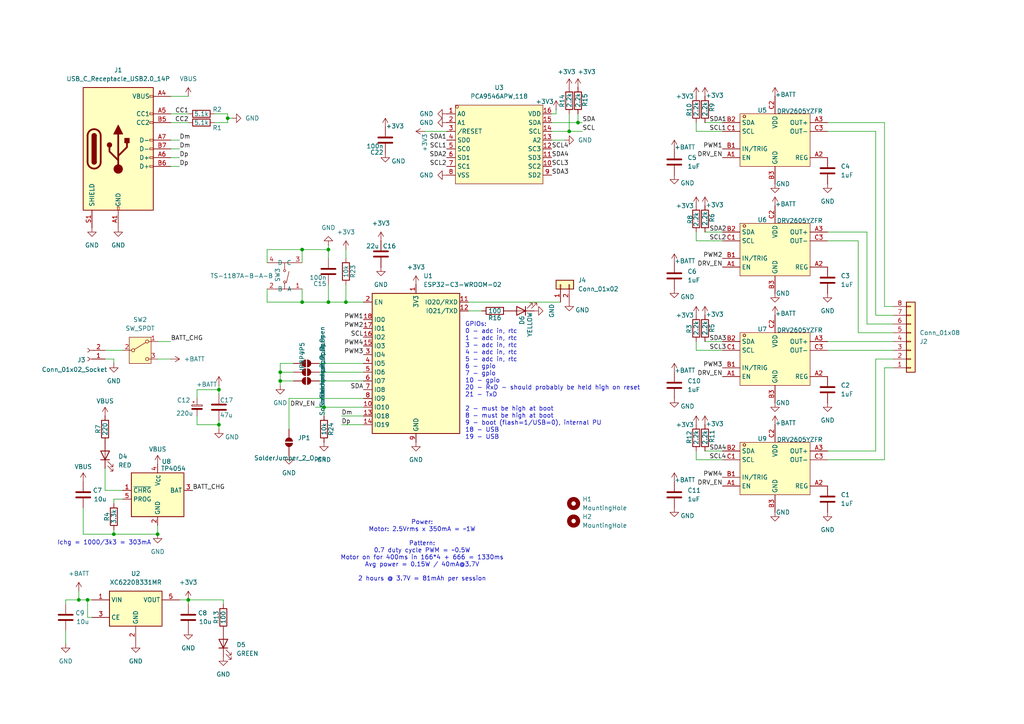
<source format=kicad_sch>
(kicad_sch (version 20250114) (generator "eeschema") (generator_version "9.0")
  (paper "A4")
  (text "GPIOs:\n0 - adc in, rtc\n1 - adc in, rtc\n3 - adc in, rtc\n4 - adc in, rtc\n5 - adc in, rtc\n6 - gpio\n7 - gpio\n10 - gpio\n20 - RxD - should probably be held high on reset\n21 - TxD\n\n2 - must be high at boot\n8 - must be high at boot\n9 - boot (flash=1/USB=0), internal PU\n18 - USB\n19 - USB" (at 134.874 110.49 0) (effects (font (size 1.27 1.27)) (justify left)))
  (text "Power:\nMotor: 2.5Vrms x 350mA = ~1W\n\nPattern:\n0.7 duty cycle PWM = ~0.5W\nMotor on for 400ms in 166*4 + 666 = 1330ms\nAvg power = 0.15W / 40mA@3.7V\n\n2 hours @ 3.7V = 81mAh per session" (at 122.428 159.766 0) (effects (font (size 1.27 1.27))))
  (text "Ichg = 1000/3k3 = 303mA" (at 30.226 157.48 0) (effects (font (size 1.27 1.27))))
  (junction (at 22.86 173.99))
  (junction (at 100.33 87.63))
  (junction (at 81.28 110.49))
  (junction (at 95.25 87.63))
  (junction (at 167.64 35.56))
  (junction (at 87.63 87.63))
  (junction (at 63.5 113.03))
  (junction (at 87.63 72.39))
  (junction (at 63.5 123.19))
  (junction (at 33.02 154.94))
  (junction (at 165.1 38.1))
  (junction (at 66.04 34.29))
  (junction (at 45.72 154.94))
  (junction (at 25.4 173.99))
  (junction (at 95.25 72.39))
  (junction (at 93.98 118.11))
  (junction (at 81.28 107.95))
  (junction (at 54.61 173.99))
  (wire (pts (xy 63.5 111.76) (xy 63.5 113.03)))
  (wire (pts (xy 201.93 99.06) (xy 201.93 101.6)))
  (wire (pts (xy 54.61 175.26) (xy 54.61 173.99)))
  (wire (pts (xy 49.53 27.94) (xy 54.61 27.94)))
  (wire (pts (xy 62.23 33.02) (xy 66.04 33.02)))
  (wire (pts (xy 85.09 105.41) (xy 81.28 105.41)))
  (wire (pts (xy 92.71 105.41) (xy 105.41 105.41)))
  (wire (pts (xy 35.56 142.24) (xy 30.48 142.24)))
  (wire (pts (xy 63.5 113.03) (xy 63.5 114.3)))
  (wire (pts (xy 33.02 154.94) (xy 45.72 154.94)))
  (wire (pts (xy 201.93 69.85) (xy 209.55 69.85)))
  (wire (pts (xy 254 38.1) (xy 254 91.44)))
  (wire (pts (xy 259.08 104.14) (xy 254 104.14)))
  (wire (pts (xy 240.03 133.35) (xy 256.54 133.35)))
  (wire (pts (xy 81.28 111.76) (xy 81.28 110.49)))
  (wire (pts (xy 83.82 115.57) (xy 83.82 124.46)))
  (wire (pts (xy 160.02 35.56) (xy 167.64 35.56)))
  (wire (pts (xy 87.63 72.39) (xy 95.25 72.39)))
  (wire (pts (xy 248.92 96.52) (xy 259.08 96.52)))
  (wire (pts (xy 66.04 33.02) (xy 66.04 34.29)))
  (wire (pts (xy 57.15 113.03) (xy 57.15 115.57)))
  (wire (pts (xy 93.98 118.11) (xy 93.98 120.65)))
  (wire (pts (xy 49.53 43.18) (xy 52.07 43.18)))
  (wire (pts (xy 26.67 179.07) (xy 25.4 179.07)))
  (wire (pts (xy 45.72 104.14) (xy 49.53 104.14)))
  (wire (pts (xy 201.93 35.56) (xy 201.93 38.1)))
  (wire (pts (xy 22.86 173.99) (xy 19.05 173.99)))
  (wire (pts (xy 240.03 35.56) (xy 256.54 35.56)))
  (wire (pts (xy 240.03 38.1) (xy 254 38.1)))
  (wire (pts (xy 66.04 35.56) (xy 62.23 35.56)))
  (wire (pts (xy 19.05 182.88) (xy 19.05 186.69)))
  (wire (pts (xy 25.4 173.99) (xy 26.67 173.99)))
  (wire (pts (xy 256.54 88.9) (xy 259.08 88.9)))
  (wire (pts (xy 95.25 72.39) (xy 95.25 74.93)))
  (wire (pts (xy 240.03 101.6) (xy 259.08 101.6)))
  (wire (pts (xy 251.46 67.31) (xy 251.46 93.98)))
  (wire (pts (xy 201.93 38.1) (xy 209.55 38.1)))
  (wire (pts (xy 63.5 123.19) (xy 57.15 123.19)))
  (wire (pts (xy 248.92 69.85) (xy 248.92 96.52)))
  (wire (pts (xy 240.03 130.81) (xy 254 130.81)))
  (wire (pts (xy 251.46 93.98) (xy 259.08 93.98)))
  (wire (pts (xy 77.47 87.63) (xy 87.63 87.63)))
  (wire (pts (xy 100.33 82.55) (xy 100.33 87.63)))
  (wire (pts (xy 57.15 120.65) (xy 57.15 123.19)))
  (wire (pts (xy 93.98 118.11) (xy 105.41 118.11)))
  (wire (pts (xy 165.1 38.1) (xy 168.91 38.1)))
  (wire (pts (xy 30.48 104.14) (xy 33.02 104.14)))
  (wire (pts (xy 45.72 154.94) (xy 45.72 152.4)))
  (wire (pts (xy 19.05 173.99) (xy 19.05 175.26)))
  (wire (pts (xy 248.92 69.85) (xy 240.03 69.85)))
  (wire (pts (xy 22.86 173.99) (xy 25.4 173.99)))
  (wire (pts (xy 33.02 144.78) (xy 33.02 146.05)))
  (wire (pts (xy 204.47 99.06) (xy 209.55 99.06)))
  (wire (pts (xy 161.29 33.02) (xy 160.02 33.02)))
  (wire (pts (xy 64.77 175.26) (xy 64.77 173.99)))
  (wire (pts (xy 30.48 135.89) (xy 30.48 142.24)))
  (wire (pts (xy 95.25 87.63) (xy 95.25 82.55)))
  (wire (pts (xy 54.61 173.99) (xy 64.77 173.99)))
  (wire (pts (xy 105.41 87.63) (xy 100.33 87.63)))
  (wire (pts (xy 85.09 107.95) (xy 81.28 107.95)))
  (wire (pts (xy 165.1 33.02) (xy 165.1 38.1)))
  (wire (pts (xy 204.47 67.31) (xy 209.55 67.31)))
  (wire (pts (xy 25.4 179.07) (xy 25.4 173.99)))
  (wire (pts (xy 24.13 147.32) (xy 24.13 154.94)))
  (wire (pts (xy 160.02 38.1) (xy 165.1 38.1)))
  (wire (pts (xy 83.82 115.57) (xy 105.41 115.57)))
  (wire (pts (xy 92.71 107.95) (xy 105.41 107.95)))
  (wire (pts (xy 30.48 101.6) (xy 35.56 101.6)))
  (wire (pts (xy 201.93 101.6) (xy 209.55 101.6)))
  (wire (pts (xy 87.63 83.82) (xy 87.63 87.63)))
  (wire (pts (xy 35.56 144.78) (xy 33.02 144.78)))
  (wire (pts (xy 87.63 72.39) (xy 87.63 76.2)))
  (wire (pts (xy 63.5 121.92) (xy 63.5 123.19)))
  (wire (pts (xy 254 104.14) (xy 254 130.81)))
  (wire (pts (xy 95.25 71.12) (xy 95.25 72.39)))
  (wire (pts (xy 201.93 133.35) (xy 209.55 133.35)))
  (wire (pts (xy 100.33 87.63) (xy 95.25 87.63)))
  (wire (pts (xy 66.04 34.29) (xy 67.31 34.29)))
  (wire (pts (xy 22.86 171.45) (xy 22.86 173.99)))
  (wire (pts (xy 77.47 76.2) (xy 77.47 72.39)))
  (wire (pts (xy 33.02 105.41) (xy 33.02 104.14)))
  (wire (pts (xy 49.53 48.26) (xy 52.07 48.26)))
  (wire (pts (xy 167.64 35.56) (xy 168.91 35.56)))
  (wire (pts (xy 54.61 173.99) (xy 52.07 173.99)))
  (wire (pts (xy 24.13 154.94) (xy 33.02 154.94)))
  (wire (pts (xy 99.06 120.65) (xy 105.41 120.65)))
  (wire (pts (xy 256.54 35.56) (xy 256.54 88.9)))
  (wire (pts (xy 77.47 72.39) (xy 87.63 72.39)))
  (wire (pts (xy 63.5 123.19) (xy 63.5 124.46)))
  (wire (pts (xy 49.53 35.56) (xy 54.61 35.56)))
  (wire (pts (xy 77.47 83.82) (xy 77.47 87.63)))
  (wire (pts (xy 160.02 40.64) (xy 163.83 40.64)))
  (wire (pts (xy 66.04 34.29) (xy 66.04 35.56)))
  (wire (pts (xy 204.47 35.56) (xy 209.55 35.56)))
  (wire (pts (xy 256.54 106.68) (xy 256.54 133.35)))
  (wire (pts (xy 135.89 87.63) (xy 162.56 87.63)))
  (wire (pts (xy 167.64 33.02) (xy 167.64 35.56)))
  (wire (pts (xy 240.03 99.06) (xy 259.08 99.06)))
  (wire (pts (xy 49.53 40.64) (xy 52.07 40.64)))
  (wire (pts (xy 201.93 130.81) (xy 201.93 133.35)))
  (wire (pts (xy 123.19 38.1) (xy 129.54 38.1)))
  (wire (pts (xy 161.29 31.75) (xy 161.29 33.02)))
  (wire (pts (xy 254 91.44) (xy 259.08 91.44)))
  (wire (pts (xy 49.53 45.72) (xy 52.07 45.72)))
  (wire (pts (xy 256.54 106.68) (xy 259.08 106.68)))
  (wire (pts (xy 240.03 67.31) (xy 251.46 67.31)))
  (wire (pts (xy 100.33 72.39) (xy 100.33 74.93)))
  (wire (pts (xy 81.28 110.49) (xy 85.09 110.49)))
  (wire (pts (xy 49.53 33.02) (xy 54.61 33.02)))
  (wire (pts (xy 81.28 107.95) (xy 81.28 110.49)))
  (wire (pts (xy 81.28 105.41) (xy 81.28 107.95)))
  (wire (pts (xy 99.06 123.19) (xy 105.41 123.19)))
  (wire (pts (xy 135.89 90.17) (xy 139.7 90.17)))
  (wire (pts (xy 92.71 110.49) (xy 105.41 110.49)))
  (wire (pts (xy 204.47 130.81) (xy 209.55 130.81)))
  (wire (pts (xy 63.5 113.03) (xy 57.15 113.03)))
  (wire (pts (xy 45.72 99.06) (xy 49.53 99.06)))
  (wire (pts (xy 33.02 153.67) (xy 33.02 154.94)))
  (wire (pts (xy 87.63 87.63) (xy 95.25 87.63)))
  (wire (pts (xy 91.44 118.11) (xy 93.98 118.11)))
  (wire (pts (xy 201.93 67.31) (xy 201.93 69.85)))
  (label "PWM3" (at 209.55 106.68 180))
  (label "SDA2" (at 205.74 67.31 0))
  (label "PWM2" (at 209.55 74.93 180))
  (label "SCL1" (at 129.54 43.18 180))
  (label "CC2" (at 50.7523 35.56 0))
  (label "SDA4" (at 205.74 130.81 0))
  (label "Dp" (at 99.06 123.19 0))
  (label "PWM1" (at 209.55 43.18 180))
  (label "SCL" (at 168.91 38.1 0))
  (label "Dp" (at 52.07 48.26 0))
  (label "BATT_CHG" (at 49.53 99.06 0))
  (label "SDA" (at 168.91 35.56 0))
  (label "Dp" (at 52.07 45.72 0))
  (label "PWM1" (at 105.41 92.71 180))
  (label "SCL2" (at 205.74 69.85 0))
  (label "PWM3" (at 105.41 102.87 180))
  (label "SDA2" (at 129.54 45.72 180))
  (label "SCL1" (at 205.74 38.1 0))
  (label "PWM2" (at 105.41 95.25 180))
  (label "SCL4" (at 160.02 43.18 0))
  (label "SDA" (at 105.41 113.03 180))
  (label "SDA1" (at 129.54 40.64 180))
  (label "SCL" (at 105.41 97.79 180))
  (label "DRV_EN" (at 209.55 77.47 180))
  (label "SDA1" (at 205.74 35.56 0))
  (label "DRV_EN" (at 209.55 140.97 180))
  (label "SCL4" (at 205.74 133.35 0))
  (label "DRV_EN" (at 209.55 45.72 180))
  (label "SDA3" (at 205.74 99.06 0))
  (label "PWM4" (at 209.55 138.43 180))
  (label "Dm" (at 52.07 40.64 0))
  (label "Dm" (at 99.06 120.65 0))
  (label "DRV_EN" (at 91.44 118.11 180))
  (label "SCL2" (at 129.54 48.26 180))
  (label "PWM4" (at 105.41 100.33 180))
  (label "Dm" (at 52.07 43.18 0))
  (label "DRV_EN" (at 209.55 109.22 180))
  (label "SDA3" (at 160.02 50.8 0))
  (label "BATT_CHG" (at 55.88 142.24 0))
  (label "SDA4" (at 160.02 45.72 0))
  (label "CC1" (at 50.8 33.02 0))
  (label "SCL3" (at 205.74 101.6 0))
  (label "SCL3" (at 160.02 48.26 0))
  (symbol (lib_id "power:+3V3") (at 204.47 59.69 0) (unit 1)
    (property "Reference" "#PWR048" (effects (hide yes)))
    (property "Value" "+3V3" (at 207.264 59.436 0))
    (property "Description" "Power symbol creates a global label with name \"+3V3\"" (effects (hide yes)))
  )
  (symbol (lib_id "easyeda2kicad:DRV2605YZFR") (at 222.25 77.47 0) (unit 1)
    (property "Reference" "U6" (at 219.71 63.754 0) (effects (justify left)))
    (property "Value" "DRV2605YZFR" (at 225.298 64.008 0) (effects (justify left)))
    (property "Footprint" "easyeda2kicad:DSBGA-9_L1.5-W1.5-R3-C3-P0.50-BL" (effects (hide yes)))
    (property "Datasheet" "https://lcsc.com/product-detail/Driver-ICs_TI_DRV2605YZFR_DRV2605YZFR_C81079.html" (effects (hide yes)))
    (property "LCSC Part" "C81079" (effects (hide yes)))
  )
  (symbol (lib_id "Connector:Conn_01x02_Socket") (at 25.4 104.14 180) (unit 1)
    (property "Reference" "J3" (at 23.622 104.394 0))
    (property "Value" "Conn_01x02_Socket" (at 21.59 107.188 0))
    (property "Footprint" "easyeda2kicad:CONN-SMD_B2B-PH-SM4-TB-LF-SN" (effects (hide yes)))
    (property "Description" "Generic connector, single row, 01x02, script generated" (effects (hide yes)))
    (property "LCSC" "C160352" (effects (hide yes)))
  )
  (symbol (lib_id "power:GND") (at 224.79 116.84 0) (unit 1)
    (property "Reference" "#PWR010" (effects (hide yes)))
    (property "Value" "GND" (at 227.076 116.84 0))
    (property "Description" "Power symbol creates a global label with name \"GND\" , ground" (effects (hide yes)))
  )
  (symbol (lib_id "power:GND") (at 45.72 154.94 0) (unit 1)
    (property "Reference" "#PWR06" (effects (hide yes)))
    (property "Value" "GND" (at 45.72 160.02 0))
    (property "Description" "Power symbol creates a global label with name \"GND\" , ground" (effects (hide yes)))
  )
  (symbol (lib_id "Device:R") (at 201.93 95.25 0) (unit 1)
    (property "Reference" "R3" (at 199.898 96.774 90) (effects (justify left)))
    (property "Value" "2.2k" (at 201.93 97.282 90) (effects (justify left)))
    (property "Footprint" "Resistor_SMD:R_0402_1005Metric" (effects (hide yes)))
    (property "Description" "Resistor" (effects (hide yes)))
    (property "LCSC" "C25879" (effects (hide yes)))
  )
  (symbol (lib_id "easyeda2kicad:DRV2605YZFR") (at 222.25 109.22 0) (unit 1)
    (property "Reference" "U7" (at 219.71 95.504 0) (effects (justify left)))
    (property "Value" "DRV2605YZFR" (at 225.298 95.758 0) (effects (justify left)))
    (property "Footprint" "easyeda2kicad:DSBGA-9_L1.5-W1.5-R3-C3-P0.50-BL" (effects (hide yes)))
    (property "Datasheet" "https://lcsc.com/product-detail/Driver-ICs_TI_DRV2605YZFR_DRV2605YZFR_C81079.html" (effects (hide yes)))
    (property "LCSC Part" "C81079" (effects (hide yes)))
  )
  (symbol (lib_id "Device:R") (at 64.77 179.07 0) (unit 1)
    (property "Reference" "R13" (at 62.738 179.07 90))
    (property "Value" "100" (at 64.77 179.07 90))
    (property "Footprint" "Resistor_SMD:R_0402_1005Metric" (effects (hide yes)))
    (property "Description" "Resistor" (effects (hide yes)))
    (property "LCSC" "C25076" (effects (hide yes)))
  )
  (symbol (lib_id "Device:LED") (at 64.77 186.69 90) (unit 1)
    (property "Reference" "D5" (at 68.58 187.0074 90) (effects (justify right)))
    (property "Value" "GREEN" (at 68.58 189.5474 90) (effects (justify right)))
    (property "Footprint" "LED_SMD:LED_0805_2012Metric" (effects (hide yes)))
    (property "Description" "Light emitting diode" (effects (hide yes)))
    (property "Sim.Pins" "1=K 2=A" (effects (hide yes)))
    (property "LCSC" "C2297" (effects (hide yes)))
  )
  (symbol (lib_id "power:+3V3") (at 167.64 25.4 0) (unit 1)
    (property "Reference" "#PWR070" (effects (hide yes)))
    (property "Value" "+3V3" (at 170.18 20.828 0))
    (property "Description" "Power symbol creates a global label with name \"+3V3\"" (effects (hide yes)))
  )
  (symbol (lib_id "power:GND") (at 224.79 85.09 0) (unit 1)
    (property "Reference" "#PWR09" (effects (hide yes)))
    (property "Value" "GND" (at 227.076 85.09 0))
    (property "Description" "Power symbol creates a global label with name \"GND\" , ground" (effects (hide yes)))
  )
  (symbol (lib_id "Device:LED") (at 30.48 132.08 90) (unit 1)
    (property "Reference" "D4" (at 34.29 132.3974 90) (effects (justify right)))
    (property "Value" "RED" (at 34.29 134.9374 90) (effects (justify right)))
    (property "Footprint" "LED_SMD:LED_0603_1608Metric" (effects (hide yes)))
    (property "Description" "Light emitting diode" (effects (hide yes)))
    (property "Sim.Pins" "1=K 2=A" (effects (hide yes)))
    (property "LCSC" "C2286" (effects (hide yes)))
  )
  (symbol (lib_id "Battery_Management:LTC4054ES5-4.2") (at 45.72 142.24 0) (unit 1)
    (property "Reference" "U8" (at 48.26 133.858 0))
    (property "Value" "TP4054" (at 50.292 135.89 0))
    (property "Footprint" "Package_TO_SOT_SMD:SOT-23-5" (effects (hide yes)))
    (property "Datasheet" "https://www.analog.com/media/en/technical-documentation/data-sheets/405442xf.pdf" (effects (hide yes)))
    (property "Description" "Constant-current/constant-voltage linear charger for single cell lithium-ion batteries with 2.9V Trickle Charge, 4.5V to 6.5V VDD, -40 to +85 degree Celsius, TSOT-23-5" (effects (hide yes)))
    (property "LCSC" "C32574" (effects (hide yes)))
  )
  (symbol (lib_id "Device:C") (at 24.13 143.51 0) (unit 1)
    (property "Reference" "C7" (at 26.924 142.24 0) (effects (justify left)))
    (property "Value" "10u" (at 27.178 144.78 0) (effects (justify left)))
    (property "Footprint" "Capacitor_SMD:C_0603_1608Metric" (effects (hide yes)))
    (property "Description" "Unpolarized capacitor" (effects (hide yes)))
    (property "LCSC" "C19702" (effects (hide yes)))
  )
  (symbol (lib_id "Device:C") (at 195.58 80.01 0) (unit 1)
    (property "Reference" "C6" (at 199.39 78.7399 0) (effects (justify left)))
    (property "Value" "1uF" (at 199.39 81.2799 0) (effects (justify left)))
    (property "Footprint" "Capacitor_SMD:C_0402_1005Metric" (effects (hide yes)))
    (property "Description" "Unpolarized capacitor" (effects (hide yes)))
    (property "LCSC" "C52923" (effects (hide yes)))
  )
  (symbol (lib_id "Device:C_Polarized_Small") (at 57.15 118.11 0) (unit 1)
    (property "Reference" "C12" (at 51.308 116.078 0) (effects (justify left)))
    (property "Value" "220u" (at 51.054 119.888 0) (effects (justify left)))
    (property "Footprint" "Capacitor_SMD:CP_Elec_6.3x7.7" (effects (hide yes)))
    (property "Description" "Polarized capacitor, small symbol" (effects (hide yes)))
    (property "LCSC" "C22395160" (effects (hide yes)))
  )
  (symbol (lib_id "power:GND") (at 224.79 53.34 0) (unit 1)
    (property "Reference" "#PWR08" (effects (hide yes)))
    (property "Value" "GND" (at 227.076 53.34 0))
    (property "Description" "Power symbol creates a global label with name \"GND\" , ground" (effects (hide yes)))
  )
  (symbol (lib_id "power:+3V3") (at 161.29 31.75 0) (unit 1)
    (property "Reference" "#PWR067" (effects (hide yes)))
    (property "Value" "+3V3" (at 157.988 29.464 0))
    (property "Description" "Power symbol creates a global label with name \"+3V3\"" (effects (hide yes)))
  )
  (symbol (lib_id "power:GND") (at 195.58 115.57 0) (unit 1)
    (property "Reference" "#PWR040" (effects (hide yes)))
    (property "Value" "GND" (at 199.39 117.856 0))
    (property "Description" "Power symbol creates a global label with name \"GND\" , ground" (effects (hide yes)))
  )
  (symbol (lib_id "Device:R") (at 201.93 31.75 0) (unit 1)
    (property "Reference" "R10" (at 199.898 33.782 90) (effects (justify left)))
    (property "Value" "2.2k" (at 201.93 33.782 90) (effects (justify left)))
    (property "Footprint" "Resistor_SMD:R_0402_1005Metric" (effects (hide yes)))
    (property "Description" "Resistor" (effects (hide yes)))
    (property "LCSC" "C25879" (effects (hide yes)))
  )
  (symbol (lib_id "power:GND") (at 163.83 40.64 90) (unit 1)
    (property "Reference" "#PWR068" (effects (hide yes)))
    (property "Value" "GND" (at 167.64 40.6399 90) (effects (justify right)))
    (property "Description" "Power symbol creates a global label with name \"GND\" , ground" (effects (hide yes)))
  )
  (symbol (lib_id "easyeda2kicad:DRV2605YZFR") (at 222.25 45.72 0) (unit 1)
    (property "Reference" "U5" (at 219.71 32.004 0) (effects (justify left)))
    (property "Value" "DRV2605YZFR" (at 225.298 32.258 0) (effects (justify left)))
    (property "Footprint" "easyeda2kicad:DSBGA-9_L1.5-W1.5-R3-C3-P0.50-BL" (effects (hide yes)))
    (property "Datasheet" "https://lcsc.com/product-detail/Driver-ICs_TI_DRV2605YZFR_DRV2605YZFR_C81079.html" (effects (hide yes)))
    (property "LCSC Part" "C81079" (effects (hide yes)))
  )
  (symbol (lib_id "power:+BATT") (at 49.53 104.14 270) (unit 1)
    (property "Reference" "#PWR021" (effects (hide yes)))
    (property "Value" "+BATT" (at 53.34 104.1399 90) (effects (justify left)))
    (property "Description" "Power symbol creates a global label with name \"+BATT\"" (effects (hide yes)))
  )
  (symbol (lib_id "power:+BATT") (at 224.79 59.69 0) (unit 1)
    (property "Reference" "#PWR034" (effects (hide yes)))
    (property "Value" "+BATT" (at 227.838 59.182 0))
    (property "Description" "Power symbol creates a global label with name \"+BATT\"" (effects (hide yes)))
  )
  (symbol (lib_id "easyeda2kicad:PCA9546APW,118") (at 144.78 41.91 0) (unit 1)
    (property "Reference" "U3" (at 144.78 25.4 0))
    (property "Value" "PCA9546APW,118" (at 144.78 27.94 0))
    (property "Footprint" "easyeda2kicad:SOP-16_L5.0-W4.4-P0.65-LS6.4-BL" (effects (hide yes)))
    (property "Datasheet" "https://lcsc.com/product-detail/_NXP-Semicon_PCA9546APW-118_NXP-Semicon-PCA9546APW-118_C149507.html" (effects (hide yes)))
    (property "LCSC Part" "C149507" (effects (hide yes)))
  )
  (symbol (lib_id "power:GND") (at 165.1 87.63 0) (unit 1)
    (property "Reference" "#PWR057" (effects (hide yes)))
    (property "Value" "GND" (at 168.91 89.916 0))
    (property "Description" "Power symbol creates a global label with name \"GND\" , ground" (effects (hide yes)))
  )
  (symbol (lib_id "power:+3V3") (at 204.47 27.94 0) (unit 1)
    (property "Reference" "#PWR050" (effects (hide yes)))
    (property "Value" "+3V3" (at 207.264 27.686 0))
    (property "Description" "Power symbol creates a global label with name \"+3V3\"" (effects (hide yes)))
  )
  (symbol (lib_id "Device:R") (at 204.47 63.5 0) (unit 1)
    (property "Reference" "R6" (at 206.502 64.516 90) (effects (justify left)))
    (property "Value" "2.2k" (at 204.47 65.532 90) (effects (justify left)))
    (property "Footprint" "Resistor_SMD:R_0402_1005Metric" (effects (hide yes)))
    (property "Description" "Resistor" (effects (hide yes)))
    (property "LCSC" "C25879" (effects (hide yes)))
  )
  (symbol (lib_id "Device:R") (at 93.98 124.46 180) (unit 1)
    (property "Reference" "R24" (at 96.012 124.46 90))
    (property "Value" "10k" (at 93.98 124.46 90))
    (property "Footprint" "Resistor_SMD:R_0402_1005Metric" (effects (hide yes)))
    (property "Description" "Resistor" (effects (hide yes)))
    (property "LCSC" "C25744" (effects (hide yes)))
  )
  (symbol (lib_id "power:+3V3") (at 54.61 173.99 0) (unit 1)
    (property "Reference" "#PWR031" (effects (hide yes)))
    (property "Value" "+3V3" (at 54.61 168.91 0))
    (property "Description" "Power symbol creates a global label with name \"+3V3\"" (effects (hide yes)))
  )
  (symbol (lib_id "power:+BATT") (at 195.58 76.2 0) (unit 1)
    (property "Reference" "#PWR037" (effects (hide yes)))
    (property "Value" "+BATT" (at 198.628 75.692 0))
    (property "Description" "Power symbol creates a global label with name \"+BATT\"" (effects (hide yes)))
  )
  (symbol (lib_id "power:+3V3") (at 120.65 82.55 0) (unit 1)
    (property "Reference" "#PWR032" (effects (hide yes)))
    (property "Value" "+3V3" (at 120.65 77.47 0))
    (property "Description" "Power symbol creates a global label with name \"+3V3\"" (effects (hide yes)))
  )
  (symbol (lib_id "power:GND") (at 129.54 35.56 270) (unit 1)
    (property "Reference" "#PWR064" (effects (hide yes)))
    (property "Value" "GND" (at 125.73 35.5599 90) (effects (justify right)))
    (property "Description" "Power symbol creates a global label with name \"GND\" , ground" (effects (hide yes)))
  )
  (symbol (lib_id "power:VBUS") (at 54.61 27.94 0) (unit 1)
    (property "Reference" "#PWR04" (effects (hide yes)))
    (property "Value" "VBUS" (at 54.61 22.86 0))
    (property "Description" "Power symbol creates a global label with name \"VBUS\"" (effects (hide yes)))
  )
  (symbol (lib_id "Device:C") (at 195.58 111.76 0) (unit 1)
    (property "Reference" "C10" (at 199.39 110.4899 0) (effects (justify left)))
    (property "Value" "1uF" (at 199.39 113.0299 0) (effects (justify left)))
    (property "Footprint" "Capacitor_SMD:C_0402_1005Metric" (effects (hide yes)))
    (property "Description" "Unpolarized capacitor" (effects (hide yes)))
    (property "LCSC" "C52923" (effects (hide yes)))
  )
  (symbol (lib_id "power:GND") (at 195.58 83.82 0) (unit 1)
    (property "Reference" "#PWR038" (effects (hide yes)))
    (property "Value" "GND" (at 199.39 86.106 0))
    (property "Description" "Power symbol creates a global label with name \"GND\" , ground" (effects (hide yes)))
  )
  (symbol (lib_id "Device:C") (at 110.49 73.66 0) (unit 1)
    (property "Reference" "C16" (at 110.998 71.374 0) (effects (justify left)))
    (property "Value" "22u" (at 106.172 71.374 0) (effects (justify left)))
    (property "Footprint" "Capacitor_SMD:C_0603_1608Metric" (effects (hide yes)))
    (property "Description" "Unpolarized capacitor" (effects (hide yes)))
    (property "LCSC" "C59461" (effects (hide yes)))
  )
  (symbol (lib_id "power:VBUS") (at 30.48 120.65 0) (unit 1)
    (property "Reference" "#PWR016" (effects (hide yes)))
    (property "Value" "VBUS" (at 30.48 116.332 0))
    (property "Description" "Power symbol creates a global label with name \"VBUS\"" (effects (hide yes)))
  )
  (symbol (lib_id "Device:C") (at 111.76 40.64 180) (unit 1)
    (property "Reference" "C22" (at 111.252 44.196 0) (effects (justify left)))
    (property "Value" "100n" (at 111.252 42.418 0) (effects (justify left)))
    (property "Footprint" "Capacitor_SMD:C_0402_1005Metric" (effects (hide yes)))
    (property "Description" "Unpolarized capacitor" (effects (hide yes)))
    (property "LCSC" "C1525" (effects (hide yes)))
  )
  (symbol (lib_id "Mechanical:MountingHole") (at 166.37 146.05 0) (unit 1) (exclude_from_sim yes) (in_bom no)
    (property "Reference" "H1" (at 168.91 144.7799 0) (effects (justify left)))
    (property "Value" "MountingHole" (at 168.91 147.3199 0) (effects (justify left)))
    (property "Footprint" "MountingHole:MountingHole_2.2mm_M2" (effects (hide yes)))
    (property "Description" "Mounting Hole without connection" (effects (hide yes)))
  )
  (symbol (lib_id "power:GND") (at 54.61 182.88 0) (unit 1)
    (property "Reference" "#PWR030" (effects (hide yes)))
    (property "Value" "GND" (at 54.61 187.96 0))
    (property "Description" "Power symbol creates a global label with name \"GND\" , ground" (effects (hide yes)))
  )
  (symbol (lib_id "power:+3V3") (at 110.49 69.85 0) (unit 1)
    (property "Reference" "#PWR053" (effects (hide yes)))
    (property "Value" "+3V3" (at 110.49 64.77 0))
    (property "Description" "Power symbol creates a global label with name \"+3V3\"" (effects (hide yes)))
  )
  (symbol (lib_id "Device:C") (at 195.58 143.51 0) (unit 1)
    (property "Reference" "C11" (at 199.39 142.2399 0) (effects (justify left)))
    (property "Value" "1uF" (at 199.39 144.7799 0) (effects (justify left)))
    (property "Footprint" "Capacitor_SMD:C_0402_1005Metric" (effects (hide yes)))
    (property "Description" "Unpolarized capacitor" (effects (hide yes)))
    (property "LCSC" "C52923" (effects (hide yes)))
  )
  (symbol (lib_id "power:VBUS") (at 24.13 139.7 0) (unit 1)
    (property "Reference" "#PWR019" (effects (hide yes)))
    (property "Value" "VBUS" (at 24.13 135.382 0))
    (property "Description" "Power symbol creates a global label with name \"VBUS\"" (effects (hide yes)))
  )
  (symbol (lib_id "Connector_Generic:Conn_01x08") (at 264.16 99.06 0) (mirror x) (unit 1)
    (property "Reference" "J2" (at 266.7 99.0601 0) (effects (justify left)))
    (property "Value" "Conn_01x08" (at 266.7 96.5201 0) (effects (justify left)))
    (property "Footprint" "TerminalBlock_Phoenix:TerminalBlock_Phoenix_MPT-0,5-8-2.54_1x08_P2.54mm_Horizontal" (effects (hide yes)))
    (property "Description" "Generic connector, single row, 01x08, script generated (kicad-library-utils/schlib/autogen/connector/)" (effects (hide yes)))
    (property "LCSC" "C474926" (effects (hide yes)))
  )
  (symbol (lib_id "Device:C") (at 19.05 179.07 0) (unit 1)
    (property "Reference" "C9" (at 21.844 177.8 0) (effects (justify left)))
    (property "Value" "10u" (at 22.098 180.34 0) (effects (justify left)))
    (property "Footprint" "Capacitor_SMD:C_0603_1608Metric" (effects (hide yes)))
    (property "Description" "Unpolarized capacitor" (effects (hide yes)))
    (property "LCSC" "C19702" (effects (hide yes)))
  )
  (symbol (lib_id "Device:R") (at 33.02 149.86 0) (unit 1)
    (property "Reference" "R4" (at 30.988 149.86 90))
    (property "Value" "3.3k" (at 33.02 149.86 90))
    (property "Footprint" "Resistor_SMD:R_0402_1005Metric" (effects (hide yes)))
    (property "Description" "Resistor" (effects (hide yes)))
    (property "LCSC" "C25890" (effects (hide yes)))
  )
  (symbol (lib_id "power:+BATT") (at 195.58 139.7 0) (unit 1)
    (property "Reference" "#PWR041" (effects (hide yes)))
    (property "Value" "+BATT" (at 198.628 139.192 0))
    (property "Description" "Power symbol creates a global label with name \"+BATT\"" (effects (hide yes)))
  )
  (symbol (lib_id "power:+3V3") (at 165.1 25.4 0) (unit 1)
    (property "Reference" "#PWR069" (effects (hide yes)))
    (property "Value" "+3V3" (at 164.338 20.828 0))
    (property "Description" "Power symbol creates a global label with name \"+3V3\"" (effects (hide yes)))
  )
  (symbol (lib_id "power:+3V3") (at 201.93 27.94 0) (unit 1)
    (property "Reference" "#PWR049" (effects (hide yes)))
    (property "Value" "+3V3" (at 198.628 27.94 0))
    (property "Description" "Power symbol creates a global label with name \"+3V3\"" (effects (hide yes)))
  )
  (symbol (lib_id "Device:C") (at 195.58 46.99 0) (unit 1)
    (property "Reference" "C5" (at 199.39 45.7199 0) (effects (justify left)))
    (property "Value" "1uF" (at 199.39 48.2599 0) (effects (justify left)))
    (property "Footprint" "Capacitor_SMD:C_0402_1005Metric" (effects (hide yes)))
    (property "Description" "Unpolarized capacitor" (effects (hide yes)))
    (property "LCSC" "C52923" (effects (hide yes)))
  )
  (symbol (lib_id "Mechanical:MountingHole") (at 166.37 151.13 0) (unit 1) (exclude_from_sim yes) (in_bom no)
    (property "Reference" "H2" (at 168.91 149.8599 0) (effects (justify left)))
    (property "Value" "MountingHole" (at 168.91 152.3999 0) (effects (justify left)))
    (property "Footprint" "MountingHole:MountingHole_2.2mm_M2" (effects (hide yes)))
    (property "Description" "Mounting Hole without connection" (effects (hide yes)))
  )
  (symbol (lib_id "Switch:SW_SPDT") (at 40.64 101.6 0) (unit 1)
    (property "Reference" "SW2" (at 40.64 92.71 0))
    (property "Value" "SW_SPDT" (at 40.64 95.25 0))
    (property "Footprint" "easyeda2kicad:SW-TH_SK12D07VG3" (effects (hide yes)))
    (property "Description" "Switch, single pole double throw" (effects (hide yes)))
    (property "LCSC" "C431547" (effects (hide yes)))
  )
  (symbol (lib_id "power:+BATT") (at 224.79 123.19 0) (unit 1)
    (property "Reference" "#PWR061" (effects (hide yes)))
    (property "Value" "+BATT" (at 227.838 122.682 0))
    (property "Description" "Power symbol creates a global label with name \"+BATT\"" (effects (hide yes)))
  )
  (symbol (lib_id "power:GND") (at 93.98 128.27 0) (unit 1)
    (property "Reference" "#PWR024" (effects (hide yes)))
    (property "Value" "GND" (at 93.98 133.35 0))
    (property "Description" "Power symbol creates a global label with name \"GND\" , ground" (effects (hide yes)))
  )
  (symbol (lib_id "Regulator_Linear:XC6220B331MR") (at 39.37 176.53 0) (unit 1)
    (property "Reference" "U2" (at 39.37 166.37 0))
    (property "Value" "XC6220B331MR" (at 39.37 168.91 0))
    (property "Footprint" "Package_TO_SOT_SMD:SOT-23-5" (effects (hide yes)))
    (property "Datasheet" "https://www.torexsemi.com/file/xc6220/XC6220.pdf" (effects (hide yes)))
    (property "Description" "1A, Low Drop-out Voltage Regulator, Fixed Output 3.3V, SOT-23-5" (effects (hide yes)))
    (property "LCSC" "C86534" (effects (hide yes)))
  )
  (symbol (lib_id "power:GND") (at 39.37 186.69 0) (unit 1)
    (property "Reference" "#PWR023" (effects (hide yes)))
    (property "Value" "GND" (at 39.37 191.77 0))
    (property "Description" "Power symbol creates a global label with name \"GND\" , ground" (effects (hide yes)))
  )
  (symbol (lib_id "Device:R") (at 100.33 78.74 180) (unit 1)
    (property "Reference" "R23" (at 102.362 78.74 90))
    (property "Value" "10k" (at 100.33 78.74 90))
    (property "Footprint" "Resistor_SMD:R_0402_1005Metric" (effects (hide yes)))
    (property "Description" "Resistor" (effects (hide yes)))
    (property "LCSC" "C25744" (effects (hide yes)))
  )
  (symbol (lib_id "Device:C") (at 240.03 144.78 0) (unit 1)
    (property "Reference" "C1" (at 243.84 143.5099 0) (effects (justify left)))
    (property "Value" "1uF" (at 243.84 146.0499 0) (effects (justify left)))
    (property "Footprint" "Capacitor_SMD:C_0402_1005Metric" (effects (hide yes)))
    (property "Description" "Unpolarized capacitor" (effects (hide yes)))
    (property "LCSC" "C52923" (effects (hide yes)))
  )
  (symbol (lib_id "power:GND") (at 34.29 66.04 0) (unit 1)
    (property "Reference" "#PWR01" (effects (hide yes)))
    (property "Value" "GND" (at 34.29 71.12 0))
    (property "Description" "Power symbol creates a global label with name \"GND\" , ground" (effects (hide yes)))
  )
  (symbol (lib_id "power:+3V3") (at 201.93 59.69 0) (unit 1)
    (property "Reference" "#PWR045" (effects (hide yes)))
    (property "Value" "+3V3" (at 198.628 59.69 0))
    (property "Description" "Power symbol creates a global label with name \"+3V3\"" (effects (hide yes)))
  )
  (symbol (lib_id "Device:C") (at 240.03 49.53 0) (unit 1)
    (property "Reference" "C4" (at 243.84 48.2599 0) (effects (justify left)))
    (property "Value" "1uF" (at 243.84 50.7999 0) (effects (justify left)))
    (property "Footprint" "Capacitor_SMD:C_0402_1005Metric" (effects (hide yes)))
    (property "Description" "Unpolarized capacitor" (effects (hide yes)))
    (property "LCSC" "C52923" (effects (hide yes)))
  )
  (symbol (lib_id "easyeda2kicad:TS-1187A-B-A-B") (at 82.55 81.28 180) (unit 1)
    (property "Reference" "SW3" (at 80.518 81.788 90) (effects (justify right)))
    (property "Value" "TS-1187A-B-A-B" (at 60.96 80.01 0) (effects (justify right)))
    (property "Footprint" "easyeda2kicad:SW-SMD_4P-L5.1-W5.1-P3.70-LS6.5-TL_H1.5" (effects (hide yes)))
    (property "Datasheet" "https://lcsc.com/product-detail/Tactile-Switches_XKB-Enterprise-TS-1187-B-A-A_C318884.html" (effects (hide yes)))
    (property "LCSC Part" "C318884" (effects (hide yes)))
  )
  (symbol (lib_id "power:+3V3") (at 123.19 38.1 90) (unit 1)
    (property "Reference" "#PWR066" (effects (hide yes)))
    (property "Value" "+3V3" (at 123.19 41.402 0))
    (property "Description" "Power symbol creates a global label with name \"+3V3\"" (effects (hide yes)))
  )
  (symbol (lib_id "Device:C") (at 240.03 81.28 0) (unit 1)
    (property "Reference" "C3" (at 243.84 80.0099 0) (effects (justify left)))
    (property "Value" "1uF" (at 243.84 82.5499 0) (effects (justify left)))
    (property "Footprint" "Capacitor_SMD:C_0402_1005Metric" (effects (hide yes)))
    (property "Description" "Unpolarized capacitor" (effects (hide yes)))
    (property "LCSC" "C52923" (effects (hide yes)))
  )
  (symbol (lib_id "Jumper:SolderJumper_2_Open") (at 88.9 110.49 180) (unit 1) (exclude_from_sim yes) (in_bom no)
    (property "Reference" "JP6" (at 87.6299 107.95 90) (effects (justify right)))
    (property "Value" "SolderJumper_2_Open" (at 93.472 120.65 90) (effects (justify right)))
    (property "Footprint" "Jumper:SolderJumper-2_P1.3mm_Open_RoundedPad1.0x1.5mm" (effects (hide yes)))
    (property "Description" "Solder Jumper, 2-pole, open" (effects (hide yes)))
  )
  (symbol (lib_id "Device:C") (at 63.5 118.11 0) (unit 1)
    (property "Reference" "C17" (at 63.754 116.078 0) (effects (justify left)))
    (property "Value" "47u" (at 63.754 120.396 0) (effects (justify left)))
    (property "Footprint" "Capacitor_SMD:C_1206_3216Metric" (effects (hide yes)))
    (property "Description" "Unpolarized capacitor" (effects (hide yes)))
    (property "LCSC" "C96123" (effects (hide yes)))
  )
  (symbol (lib_id "power:+3V3") (at 204.47 123.19 0) (unit 1)
    (property "Reference" "#PWR052" (effects (hide yes)))
    (property "Value" "+3V3" (at 207.264 122.936 0))
    (property "Description" "Power symbol creates a global label with name \"+3V3\"" (effects (hide yes)))
  )
  (symbol (lib_id "power:GND") (at 63.5 124.46 0) (unit 1)
    (property "Reference" "#PWR020" (effects (hide yes)))
    (property "Value" "GND" (at 67.31 126.746 0))
    (property "Description" "Power symbol creates a global label with name \"GND\" , ground" (effects (hide yes)))
  )
  (symbol (lib_id "Device:R") (at 204.47 31.75 0) (unit 1)
    (property "Reference" "R9" (at 206.502 32.512 90) (effects (justify left)))
    (property "Value" "2.2k" (at 204.47 33.782 90) (effects (justify left)))
    (property "Footprint" "Resistor_SMD:R_0402_1005Metric" (effects (hide yes)))
    (property "Description" "Resistor" (effects (hide yes)))
    (property "LCSC" "C25879" (effects (hide yes)))
  )
  (symbol (lib_id "power:GND") (at 26.67 66.04 0) (unit 1)
    (property "Reference" "#PWR05" (effects (hide yes)))
    (property "Value" "GND" (at 26.67 71.12 0))
    (property "Description" "Power symbol creates a global label with name \"GND\" , ground" (effects (hide yes)))
  )
  (symbol (lib_id "Device:R") (at 201.93 127 0) (unit 1)
    (property "Reference" "R12" (at 199.898 128.778 90) (effects (justify left)))
    (property "Value" "2.2k" (at 201.93 129.032 90) (effects (justify left)))
    (property "Footprint" "Resistor_SMD:R_0402_1005Metric" (effects (hide yes)))
    (property "Description" "Resistor" (effects (hide yes)))
    (property "LCSC" "C25879" (effects (hide yes)))
  )
  (symbol (lib_id "power:GND") (at 240.03 116.84 0) (unit 1)
    (property "Reference" "#PWR015" (effects (hide yes)))
    (property "Value" "GND" (at 240.03 121.92 0))
    (property "Description" "Power symbol creates a global label with name \"GND\" , ground" (effects (hide yes)))
  )
  (symbol (lib_id "power:+3V3") (at 201.93 91.44 0) (unit 1)
    (property "Reference" "#PWR043" (effects (hide yes)))
    (property "Value" "+3V3" (at 198.628 91.44 0))
    (property "Description" "Power symbol creates a global label with name \"+3V3\"" (effects (hide yes)))
  )
  (symbol (lib_id "power:+3V3") (at 111.76 36.83 0) (unit 1)
    (property "Reference" "#PWR071" (effects (hide yes)))
    (property "Value" "+3V3" (at 114.554 36.576 0))
    (property "Description" "Power symbol creates a global label with name \"+3V3\"" (effects (hide yes)))
  )
  (symbol (lib_id "Device:R") (at 30.48 124.46 0) (unit 1)
    (property "Reference" "R7" (at 28.448 124.46 90))
    (property "Value" "220" (at 30.48 124.46 90))
    (property "Footprint" "Resistor_SMD:R_0402_1005Metric" (effects (hide yes)))
    (property "Description" "Resistor" (effects (hide yes)))
    (property "LCSC" "C25091" (effects (hide yes)))
  )
  (symbol (lib_id "Device:C") (at 95.25 78.74 180) (unit 1)
    (property "Reference" "C15" (at 94.742 82.296 0) (effects (justify left)))
    (property "Value" "100n" (at 94.742 80.518 0) (effects (justify left)))
    (property "Footprint" "Capacitor_SMD:C_0402_1005Metric" (effects (hide yes)))
    (property "Description" "Unpolarized capacitor" (effects (hide yes)))
    (property "LCSC" "C1525" (effects (hide yes)))
  )
  (symbol (lib_id "power:GND") (at 19.05 186.69 0) (unit 1)
    (property "Reference" "#PWR029" (effects (hide yes)))
    (property "Value" "GND" (at 19.05 191.77 0))
    (property "Description" "Power symbol creates a global label with name \"GND\" , ground" (effects (hide yes)))
  )
  (symbol (lib_id "power:GND") (at 240.03 53.34 0) (unit 1)
    (property "Reference" "#PWR012" (effects (hide yes)))
    (property "Value" "GND" (at 240.03 58.42 0))
    (property "Description" "Power symbol creates a global label with name \"GND\" , ground" (effects (hide yes)))
  )
  (symbol (lib_id "power:+3V3") (at 100.33 72.39 0) (unit 1)
    (property "Reference" "#PWR046" (effects (hide yes)))
    (property "Value" "+3V3" (at 100.33 67.31 0))
    (property "Description" "Power symbol creates a global label with name \"+3V3\"" (effects (hide yes)))
  )
  (symbol (lib_id "power:GND") (at 64.77 190.5 0) (unit 1)
    (property "Reference" "#PWR062" (effects (hide yes)))
    (property "Value" "GND" (at 64.77 195.58 0))
    (property "Description" "Power symbol creates a global label with name \"GND\" , ground" (effects (hide yes)))
  )
  (symbol (lib_id "Device:R") (at 58.42 35.56 90) (unit 1)
    (property "Reference" "R1" (at 62.992 37.084 90))
    (property "Value" "5.1k" (at 58.42 35.56 90))
    (property "Footprint" "Resistor_SMD:R_0402_1005Metric" (effects (hide yes)))
    (property "Description" "Resistor" (effects (hide yes)))
    (property "LCSC" "C25905" (effects (hide yes)))
  )
  (symbol (lib_id "Jumper:SolderJumper_2_Open") (at 88.9 105.41 180) (unit 1) (exclude_from_sim yes) (in_bom no)
    (property "Reference" "JP5" (at 87.6299 102.87 90) (effects (justify right)))
    (property "Value" "SolderJumper_2_Open" (at 93.472 115.57 90) (effects (justify right)))
    (property "Footprint" "Jumper:SolderJumper-2_P1.3mm_Open_RoundedPad1.0x1.5mm" (effects (hide yes)))
    (property "Description" "Solder Jumper, 2-pole, open" (effects (hide yes)))
  )
  (symbol (lib_id "power:+3V3") (at 204.47 91.44 0) (unit 1)
    (property "Reference" "#PWR044" (effects (hide yes)))
    (property "Value" "+3V3" (at 207.264 91.186 0))
    (property "Description" "Power symbol creates a global label with name \"+3V3\"" (effects (hide yes)))
  )
  (symbol (lib_id "power:GND") (at 111.76 44.45 0) (unit 1)
    (property "Reference" "#PWR022" (effects (hide yes)))
    (property "Value" "GND" (at 115.57 46.736 0))
    (property "Description" "Power symbol creates a global label with name \"GND\" , ground" (effects (hide yes)))
  )
  (symbol (lib_id "Device:LED") (at 151.13 90.17 180) (unit 1)
    (property "Reference" "D6" (at 151.384 94.234 90) (effects (justify right)))
    (property "Value" "YELLOW" (at 153.67 97.79 90) (effects (justify right)))
    (property "Footprint" "LED_SMD:LED_0805_2012Metric" (effects (hide yes)))
    (property "Description" "Light emitting diode" (effects (hide yes)))
    (property "Sim.Pins" "1=K 2=A" (effects (hide yes)))
    (property "LCSC" "C2296" (effects (hide yes)))
  )
  (symbol (lib_id "power:GND") (at 154.94 90.17 90) (unit 1)
    (property "Reference" "#PWR072" (effects (hide yes)))
    (property "Value" "GND" (at 160.02 90.17 0))
    (property "Description" "Power symbol creates a global label with name \"GND\" , ground" (effects (hide yes)))
  )
  (symbol (lib_id "power:GND") (at 195.58 50.8 0) (unit 1)
    (property "Reference" "#PWR018" (effects (hide yes)))
    (property "Value" "GND" (at 199.39 53.086 0))
    (property "Description" "Power symbol creates a global label with name \"GND\" , ground" (effects (hide yes)))
  )
  (symbol (lib_id "power:+3V3") (at 201.93 123.19 0) (unit 1)
    (property "Reference" "#PWR051" (effects (hide yes)))
    (property "Value" "+3V3" (at 198.628 123.19 0))
    (property "Description" "Power symbol creates a global label with name \"+3V3\"" (effects (hide yes)))
  )
  (symbol (lib_id "power:+BATT") (at 195.58 43.18 0) (unit 1)
    (property "Reference" "#PWR036" (effects (hide yes)))
    (property "Value" "+BATT" (at 198.628 42.672 0))
    (property "Description" "Power symbol creates a global label with name \"+BATT\"" (effects (hide yes)))
  )
  (symbol (lib_id "Jumper:SolderJumper_2_Open") (at 88.9 107.95 180) (unit 1) (exclude_from_sim yes) (in_bom no)
    (property "Reference" "JP4" (at 87.6299 105.41 90) (effects (justify right)))
    (property "Value" "SolderJumper_2_Open" (at 93.472 118.11 90) (effects (justify right)))
    (property "Footprint" "Jumper:SolderJumper-2_P1.3mm_Open_RoundedPad1.0x1.5mm" (effects (hide yes)))
    (property "Description" "Solder Jumper, 2-pole, open" (effects (hide yes)))
  )
  (symbol (lib_id "Connector:USB_C_Receptacle_USB2.0_14P") (at 34.29 43.18 0) (unit 1)
    (property "Reference" "J1" (at 34.29 20.32 0))
    (property "Value" "USB_C_Receptacle_USB2.0_14P" (at 34.29 22.86 0))
    (property "Footprint" "easyeda2kicad:USB-C_SMD-TYPE-C-31-M-12" (effects (hide yes)))
    (property "Datasheet" "https://www.usb.org/sites/default/files/documents/usb_type-c.zip" (effects (hide yes)))
    (property "Description" "USB 2.0-only 14P Type-C Receptacle connector" (effects (hide yes)))
    (property "LCSC" "C165948" (effects (hide yes)))
  )
  (symbol (lib_id "Device:C") (at 54.61 179.07 0) (unit 1)
    (property "Reference" "C8" (at 57.404 177.8 0) (effects (justify left)))
    (property "Value" "10u" (at 57.658 180.34 0) (effects (justify left)))
    (property "Footprint" "Capacitor_SMD:C_0603_1608Metric" (effects (hide yes)))
    (property "Description" "Unpolarized capacitor" (effects (hide yes)))
    (property "LCSC" "C19702" (effects (hide yes)))
  )
  (symbol (lib_id "Device:R") (at 58.42 33.02 90) (unit 1)
    (property "Reference" "R2" (at 62.992 31.75 90))
    (property "Value" "5.1k" (at 58.42 33.02 90))
    (property "Footprint" "Resistor_SMD:R_0402_1005Metric" (effects (hide yes)))
    (property "Description" "Resistor" (effects (hide yes)))
    (property "LCSC" "C25905" (effects (hide yes)))
  )
  (symbol (lib_id "power:GND") (at 129.54 33.02 270) (unit 1)
    (property "Reference" "#PWR063" (effects (hide yes)))
    (property "Value" "GND" (at 125.73 33.0199 90) (effects (justify right)))
    (property "Description" "Power symbol creates a global label with name \"GND\" , ground" (effects (hide yes)))
  )
  (symbol (lib_id "power:GND") (at 110.49 77.47 0) (unit 1)
    (property "Reference" "#PWR054" (effects (hide yes)))
    (property "Value" "GND" (at 110.49 82.55 0))
    (property "Description" "Power symbol creates a global label with name \"GND\" , ground" (effects (hide yes)))
  )
  (symbol (lib_id "Device:R") (at 204.47 95.25 0) (unit 1)
    (property "Reference" "R5" (at 206.502 96.52 90) (effects (justify left)))
    (property "Value" "2.2k" (at 204.47 97.282 90) (effects (justify left)))
    (property "Footprint" "Resistor_SMD:R_0402_1005Metric" (effects (hide yes)))
    (property "Description" "Resistor" (effects (hide yes)))
    (property "LCSC" "C25879" (effects (hide yes)))
  )
  (symbol (lib_id "power:GND") (at 129.54 50.8 270) (unit 1)
    (property "Reference" "#PWR065" (effects (hide yes)))
    (property "Value" "GND" (at 125.73 50.7999 90) (effects (justify right)))
    (property "Description" "Power symbol creates a global label with name \"GND\" , ground" (effects (hide yes)))
  )
  (symbol (lib_id "power:+BATT") (at 224.79 91.44 0) (unit 1)
    (property "Reference" "#PWR035" (effects (hide yes)))
    (property "Value" "+BATT" (at 227.838 90.932 0))
    (property "Description" "Power symbol creates a global label with name \"+BATT\"" (effects (hide yes)))
  )
  (symbol (lib_id "power:GND") (at 67.31 34.29 90) (unit 1)
    (property "Reference" "#PWR03" (effects (hide yes)))
    (property "Value" "GND" (at 71.12 34.2899 90) (effects (justify right)))
    (property "Description" "Power symbol creates a global label with name \"GND\" , ground" (effects (hide yes)))
  )
  (symbol (lib_id "power:+BATT") (at 22.86 171.45 0) (unit 1)
    (property "Reference" "#PWR028" (effects (hide yes)))
    (property "Value" "+BATT" (at 22.86 166.37 0))
    (property "Description" "Power symbol creates a global label with name \"+BATT\"" (effects (hide yes)))
  )
  (symbol (lib_id "Device:R") (at 167.64 29.21 0) (unit 1)
    (property "Reference" "R15" (at 169.672 30.988 90) (effects (justify left)))
    (property "Value" "2.2k" (at 167.64 31.242 90) (effects (justify left)))
    (property "Footprint" "Resistor_SMD:R_0402_1005Metric" (effects (hide yes)))
    (property "Description" "Resistor" (effects (hide yes)))
    (property "LCSC" "C25879" (effects (hide yes)))
  )
  (symbol (lib_id "Device:C") (at 240.03 113.03 0) (unit 1)
    (property "Reference" "C2" (at 243.84 111.7599 0) (effects (justify left)))
    (property "Value" "1uF" (at 243.84 114.2999 0) (effects (justify left)))
    (property "Footprint" "Capacitor_SMD:C_0402_1005Metric" (effects (hide yes)))
    (property "Description" "Unpolarized capacitor" (effects (hide yes)))
    (property "LCSC" "C52923" (effects (hide yes)))
  )
  (symbol (lib_id "power:GND") (at 33.02 105.41 0) (mirror y) (unit 1)
    (property "Reference" "#PWR07" (effects (hide yes)))
    (property "Value" "GND" (at 33.02 110.49 0))
    (property "Description" "Power symbol creates a global label with name \"GND\" , ground" (effects (hide yes)))
  )
  (symbol (lib_id "power:+BATT") (at 195.58 107.95 0) (unit 1)
    (property "Reference" "#PWR039" (effects (hide yes)))
    (property "Value" "+BATT" (at 198.628 107.442 0))
    (property "Description" "Power symbol creates a global label with name \"+BATT\"" (effects (hide yes)))
  )
  (symbol (lib_id "power:GND") (at 83.82 132.08 0) (unit 1)
    (property "Reference" "#PWR055" (effects (hide yes)))
    (property "Value" "GND" (at 83.82 137.16 0))
    (property "Description" "Power symbol creates a global label with name \"GND\" , ground" (effects (hide yes)))
  )
  (symbol (lib_id "power:+BATT") (at 63.5 111.76 0) (unit 1)
    (property "Reference" "#PWR060" (effects (hide yes)))
    (property "Value" "+BATT" (at 59.944 111.506 0))
    (property "Description" "Power symbol creates a global label with name \"+BATT\"" (effects (hide yes)))
  )
  (symbol (lib_id "Jumper:SolderJumper_2_Open") (at 83.82 128.27 90) (unit 1) (exclude_from_sim yes) (in_bom no)
    (property "Reference" "JP1" (at 86.36 126.9999 90) (effects (justify right)))
    (property "Value" "SolderJumper_2_Open" (at 73.66 132.842 90) (effects (justify right)))
    (property "Footprint" "Jumper:SolderJumper-2_P1.3mm_Open_TrianglePad1.0x1.5mm" (effects (hide yes)))
    (property "Description" "Solder Jumper, 2-pole, open" (effects (hide yes)))
  )
  (symbol (lib_id "Device:R") (at 204.47 127 0) (unit 1)
    (property "Reference" "R11" (at 206.502 128.524 90) (effects (justify left)))
    (property "Value" "2.2k" (at 204.47 129.032 90) (effects (justify left)))
    (property "Footprint" "Resistor_SMD:R_0402_1005Metric" (effects (hide yes)))
    (property "Description" "Resistor" (effects (hide yes)))
    (property "LCSC" "C25879" (effects (hide yes)))
  )
  (symbol (lib_id "RF_Module:ESP32-C3-WROOM-02") (at 120.65 105.41 0) (unit 1)
    (property "Reference" "U1" (at 122.7933 80.01 0) (effects (justify left)))
    (property "Value" "ESP32-C3-WROOM-02" (at 122.7933 82.55 0) (effects (justify left)))
    (property "Footprint" "RF_Module:ESP32-C3-WROOM-02" (effects (hide yes)))
    (property "Datasheet" "https://www.espressif.com/sites/default/files/documentation/esp32-c3-wroom-02_datasheet_en.pdf" (effects (hide yes)))
    (property "Description" "802.11 b/g/n Wi­Fi and Bluetooth 5 module, ESP32­C3 SoC, RISC­V microprocessor, On-board antenna" (effects (hide yes)))
    (property "LCSC" "C2934560" (effects (hide yes)))
  )
  (symbol (lib_id "power:GND") (at 95.25 71.12 180) (unit 1)
    (property "Reference" "#PWR047" (effects (hide yes)))
    (property "Value" "GND" (at 95.25 66.04 0))
    (property "Description" "Power symbol creates a global label with name \"GND\" , ground" (effects (hide yes)))
  )
  (symbol (lib_id "Connector_Generic:Conn_01x02") (at 162.56 82.55 90) (unit 1)
    (property "Reference" "J4" (at 167.64 81.2799 90) (effects (justify right)))
    (property "Value" "Conn_01x02" (at 167.64 83.8199 90) (effects (justify right)))
    (property "Footprint" "Connector_PinHeader_2.54mm:PinHeader_1x02_P2.54mm_Vertical" (effects (hide yes)))
    (property "Description" "Generic connector, single row, 01x02, script generated (kicad-library-utils/schlib/autogen/connector/)" (effects (hide yes)))
  )
  (symbol (lib_id "power:+BATT") (at 224.79 27.94 0) (unit 1)
    (property "Reference" "#PWR033" (effects (hide yes)))
    (property "Value" "+BATT" (at 227.838 27.432 0))
    (property "Description" "Power symbol creates a global label with name \"+BATT\"" (effects (hide yes)))
  )
  (symbol (lib_id "power:GND") (at 81.28 111.76 0) (unit 1)
    (property "Reference" "#PWR056" (effects (hide yes)))
    (property "Value" "GND" (at 81.28 116.84 0))
    (property "Description" "Power symbol creates a global label with name \"GND\" , ground" (effects (hide yes)))
  )
  (symbol (lib_id "power:GND") (at 120.65 128.27 0) (unit 1)
    (property "Reference" "#PWR02" (effects (hide yes)))
    (property "Value" "GND" (at 120.65 133.35 0))
    (property "Description" "Power symbol creates a global label with name \"GND\" , ground" (effects (hide yes)))
  )
  (symbol (lib_id "power:GND") (at 224.79 148.59 0) (unit 1)
    (property "Reference" "#PWR011" (effects (hide yes)))
    (property "Value" "GND" (at 227.076 148.59 0))
    (property "Description" "Power symbol creates a global label with name \"GND\" , ground" (effects (hide yes)))
  )
  (symbol (lib_id "Device:R") (at 201.93 63.5 0) (unit 1)
    (property "Reference" "R8" (at 200.152 65.024 90) (effects (justify left)))
    (property "Value" "2.2k" (at 201.93 65.786 90) (effects (justify left)))
    (property "Footprint" "Resistor_SMD:R_0402_1005Metric" (effects (hide yes)))
    (property "Description" "Resistor" (effects (hide yes)))
    (property "LCSC" "C25879" (effects (hide yes)))
  )
  (symbol (lib_id "power:GND") (at 195.58 147.32 0) (unit 1)
    (property "Reference" "#PWR042" (effects (hide yes)))
    (property "Value" "GND" (at 199.39 149.606 0))
    (property "Description" "Power symbol creates a global label with name \"GND\" , ground" (effects (hide yes)))
  )
  (symbol (lib_id "easyeda2kicad:DRV2605YZFR") (at 222.25 140.97 0) (unit 1)
    (property "Reference" "U9" (at 219.71 127.254 0) (effects (justify left)))
    (property "Value" "DRV2605YZFR" (at 225.298 127.508 0) (effects (justify left)))
    (property "Footprint" "easyeda2kicad:DSBGA-9_L1.5-W1.5-R3-C3-P0.50-BL" (effects (hide yes)))
    (property "Datasheet" "https://lcsc.com/product-detail/Driver-ICs_TI_DRV2605YZFR_DRV2605YZFR_C81079.html" (effects (hide yes)))
    (property "LCSC Part" "C81079" (effects (hide yes)))
  )
  (symbol (lib_id "power:VBUS") (at 45.72 134.62 0) (unit 1)
    (property "Reference" "#PWR013" (effects (hide yes)))
    (property "Value" "VBUS" (at 45.72 130.302 0))
    (property "Description" "Power symbol creates a global label with name \"VBUS\"" (effects (hide yes)))
  )
  (symbol (lib_id "power:GND") (at 240.03 85.09 0) (unit 1)
    (property "Reference" "#PWR014" (effects (hide yes)))
    (property "Value" "GND" (at 240.03 90.17 0))
    (property "Description" "Power symbol creates a global label with name \"GND\" , ground" (effects (hide yes)))
  )
  (symbol (lib_id "Device:R") (at 165.1 29.21 0) (unit 1)
    (property "Reference" "R14" (at 163.068 31.242 90) (effects (justify left)))
    (property "Value" "2.2k" (at 165.1 31.242 90) (effects (justify left)))
    (property "Footprint" "Resistor_SMD:R_0402_1005Metric" (effects (hide yes)))
    (property "Description" "Resistor" (effects (hide yes)))
    (property "LCSC" "C25879" (effects (hide yes)))
  )
  (symbol (lib_id "power:GND") (at 240.03 148.59 0) (unit 1)
    (property "Reference" "#PWR017" (effects (hide yes)))
    (property "Value" "GND" (at 240.03 153.67 0))
    (property "Description" "Power symbol creates a global label with name \"GND\" , ground" (effects (hide yes)))
  )
  (symbol (lib_id "Device:R") (at 143.51 90.17 90) (unit 1)
    (property "Reference" "R16" (at 143.51 92.202 90))
    (property "Value" "100" (at 143.51 90.17 90))
    (property "Footprint" "Resistor_SMD:R_0402_1005Metric" (effects (hide yes)))
    (property "Description" "Resistor" (effects (hide yes)))
    (property "LCSC" "C25076" (effects (hide yes)))
  )
)
</source>
